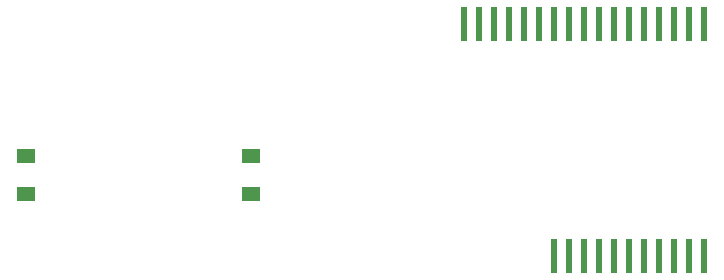
<source format=gbp>
G04 #@! TF.GenerationSoftware,KiCad,Pcbnew,(5.1.8)-1*
G04 #@! TF.CreationDate,2023-04-24T00:28:35+09:00*
G04 #@! TF.ProjectId,windsynth,77696e64-7379-46e7-9468-2e6b69636164,rev?*
G04 #@! TF.SameCoordinates,Original*
G04 #@! TF.FileFunction,Paste,Bot*
G04 #@! TF.FilePolarity,Positive*
%FSLAX46Y46*%
G04 Gerber Fmt 4.6, Leading zero omitted, Abs format (unit mm)*
G04 Created by KiCad (PCBNEW (5.1.8)-1) date 2023-04-24 00:28:35*
%MOMM*%
%LPD*%
G01*
G04 APERTURE LIST*
%ADD10R,1.500000X1.200000*%
%ADD11R,0.600000X3.000000*%
G04 APERTURE END LIST*
D10*
G04 #@! TO.C,OctDown*
X165300000Y-85400000D03*
X165300000Y-88600000D03*
G04 #@! TD*
G04 #@! TO.C,OctUp*
X146300000Y-88600000D03*
X146300000Y-85400000D03*
G04 #@! TD*
D11*
G04 #@! TO.C,M5StampS3*
X203660000Y-74200000D03*
X202390000Y-74200000D03*
X201120000Y-74200000D03*
X199850000Y-74200000D03*
X198580000Y-74200000D03*
X197310000Y-74200000D03*
X196040000Y-74200000D03*
X194770000Y-74200000D03*
X193500000Y-74200000D03*
X192230000Y-74200000D03*
X190960000Y-74200000D03*
X203660000Y-93800000D03*
X201120000Y-93800000D03*
X199850000Y-93800000D03*
X202390000Y-93800000D03*
X196040000Y-93800000D03*
X197310000Y-93800000D03*
X198580000Y-93800000D03*
X194770000Y-93800000D03*
X192230000Y-93800000D03*
X193500000Y-93800000D03*
X190960000Y-93800000D03*
X184630000Y-74200000D03*
X188440000Y-74200000D03*
X189710000Y-74200000D03*
X187170000Y-74200000D03*
X185900000Y-74200000D03*
X183360000Y-74200000D03*
G04 #@! TD*
M02*

</source>
